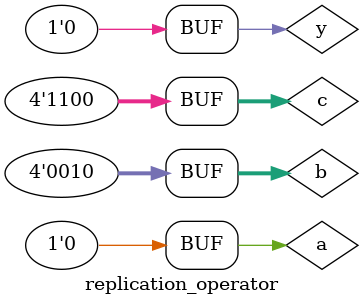
<source format=v>
`timescale 1ns / 1ps


module replication_operator();
reg a;
reg [3:0]b,c;
wire y;
assign y = {a, {4{b[0]}}, c[1]};
initial begin
a=0;#10;
b[3:0]=4'b0010;#10;
c[3:0]=4'b1100;#10;
end
endmodule

</source>
